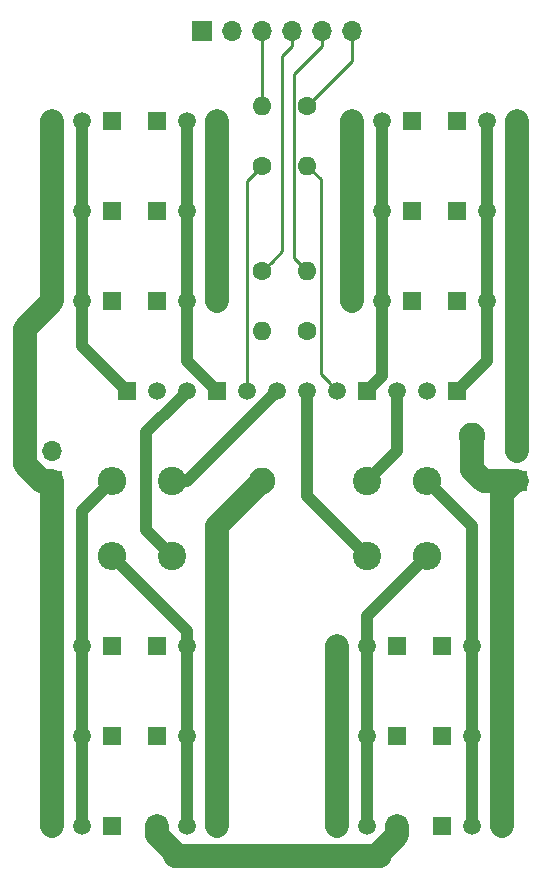
<source format=gbr>
G04 #@! TF.GenerationSoftware,KiCad,Pcbnew,5.0.1-33cea8e~68~ubuntu18.04.1*
G04 #@! TF.CreationDate,2018-11-12T23:59:36+00:00*
G04 #@! TF.ProjectId,h-bridge,682D6272696467652E6B696361645F70,rev?*
G04 #@! TF.SameCoordinates,Original*
G04 #@! TF.FileFunction,Copper,L1,Top,Signal*
G04 #@! TF.FilePolarity,Positive*
%FSLAX46Y46*%
G04 Gerber Fmt 4.6, Leading zero omitted, Abs format (unit mm)*
G04 Created by KiCad (PCBNEW 5.0.1-33cea8e~68~ubuntu18.04.1) date Mon 12 Nov 2018 23:59:36 GMT*
%MOMM*%
%LPD*%
G01*
G04 APERTURE LIST*
G04 #@! TA.AperFunction,ComponentPad*
%ADD10O,1.700000X1.700000*%
G04 #@! TD*
G04 #@! TA.AperFunction,ComponentPad*
%ADD11R,1.700000X1.700000*%
G04 #@! TD*
G04 #@! TA.AperFunction,ComponentPad*
%ADD12O,1.600000X1.600000*%
G04 #@! TD*
G04 #@! TA.AperFunction,ComponentPad*
%ADD13C,1.600000*%
G04 #@! TD*
G04 #@! TA.AperFunction,ComponentPad*
%ADD14R,1.500000X1.500000*%
G04 #@! TD*
G04 #@! TA.AperFunction,ComponentPad*
%ADD15C,1.500000*%
G04 #@! TD*
G04 #@! TA.AperFunction,ComponentPad*
%ADD16O,2.400000X2.400000*%
G04 #@! TD*
G04 #@! TA.AperFunction,ComponentPad*
%ADD17C,2.400000*%
G04 #@! TD*
G04 #@! TA.AperFunction,ViaPad*
%ADD18C,2.250000*%
G04 #@! TD*
G04 #@! TA.AperFunction,Conductor*
%ADD19C,1.000000*%
G04 #@! TD*
G04 #@! TA.AperFunction,Conductor*
%ADD20C,0.250000*%
G04 #@! TD*
G04 #@! TA.AperFunction,Conductor*
%ADD21C,2.000000*%
G04 #@! TD*
G04 APERTURE END LIST*
D10*
G04 #@! TO.P,J5,2*
G04 #@! TO.N,OUT_A2*
X105410000Y-115570000D03*
D11*
G04 #@! TO.P,J5,1*
G04 #@! TO.N,OUT_A1*
X105410000Y-118110000D03*
G04 #@! TD*
G04 #@! TO.P,J6,1*
G04 #@! TO.N,OUT_B1*
X144780000Y-118110000D03*
D10*
G04 #@! TO.P,J6,2*
G04 #@! TO.N,OUT_B2*
X144780000Y-115570000D03*
G04 #@! TD*
D11*
G04 #@! TO.P,J4,1*
G04 #@! TO.N,+12V*
X118110000Y-80010000D03*
D10*
G04 #@! TO.P,J4,2*
G04 #@! TO.N,GND*
X120650000Y-80010000D03*
G04 #@! TO.P,J4,3*
G04 #@! TO.N,IN_A1*
X123190000Y-80010000D03*
G04 #@! TO.P,J4,4*
G04 #@! TO.N,IN_A2*
X125730000Y-80010000D03*
G04 #@! TO.P,J4,5*
G04 #@! TO.N,IN_B1*
X128270000Y-80010000D03*
G04 #@! TO.P,J4,6*
G04 #@! TO.N,IN_B2*
X130810000Y-80010000D03*
G04 #@! TD*
D12*
G04 #@! TO.P,R1,2*
G04 #@! TO.N,IN_A1*
X123190000Y-86360000D03*
D13*
G04 #@! TO.P,R1,1*
G04 #@! TO.N,Net-(Q1-Pad2)*
X123190000Y-91440000D03*
G04 #@! TD*
G04 #@! TO.P,R4,1*
G04 #@! TO.N,IN_A2*
X123190000Y-100330000D03*
D12*
G04 #@! TO.P,R4,2*
G04 #@! TO.N,Net-(Q14-Pad2)*
X123190000Y-105410000D03*
G04 #@! TD*
G04 #@! TO.P,R5,2*
G04 #@! TO.N,IN_B1*
X127000000Y-100330000D03*
D13*
G04 #@! TO.P,R5,1*
G04 #@! TO.N,Net-(Q15-Pad2)*
X127000000Y-105410000D03*
G04 #@! TD*
G04 #@! TO.P,R8,1*
G04 #@! TO.N,IN_B2*
X127000000Y-86360000D03*
D12*
G04 #@! TO.P,R8,2*
G04 #@! TO.N,Net-(Q28-Pad2)*
X127000000Y-91440000D03*
G04 #@! TD*
D14*
G04 #@! TO.P,Q20,1*
G04 #@! TO.N,+12V*
X139700000Y-95250000D03*
D15*
G04 #@! TO.P,Q20,3*
G04 #@! TO.N,OUT_B2*
X144780000Y-95250000D03*
G04 #@! TO.P,Q20,2*
G04 #@! TO.N,Net-(Q15-Pad1)*
X142240000Y-95250000D03*
G04 #@! TD*
G04 #@! TO.P,Q19,2*
G04 #@! TO.N,Net-(Q16-Pad2)*
X140970000Y-147320000D03*
G04 #@! TO.P,Q19,3*
G04 #@! TO.N,OUT_B1*
X143510000Y-147320000D03*
D14*
G04 #@! TO.P,Q19,1*
G04 #@! TO.N,GND*
X138430000Y-147320000D03*
G04 #@! TD*
G04 #@! TO.P,Q21,1*
G04 #@! TO.N,+12V*
X139700000Y-87630000D03*
D15*
G04 #@! TO.P,Q21,3*
G04 #@! TO.N,OUT_B2*
X144780000Y-87630000D03*
G04 #@! TO.P,Q21,2*
G04 #@! TO.N,Net-(Q15-Pad1)*
X142240000Y-87630000D03*
G04 #@! TD*
G04 #@! TO.P,Q22,2*
G04 #@! TO.N,Net-(Q22-Pad2)*
X133350000Y-87630000D03*
G04 #@! TO.P,Q22,3*
G04 #@! TO.N,OUT_B1*
X130810000Y-87630000D03*
D14*
G04 #@! TO.P,Q22,1*
G04 #@! TO.N,+12V*
X135890000Y-87630000D03*
G04 #@! TD*
G04 #@! TO.P,Q23,1*
G04 #@! TO.N,+12V*
X135890000Y-95250000D03*
D15*
G04 #@! TO.P,Q23,3*
G04 #@! TO.N,OUT_B1*
X130810000Y-95250000D03*
G04 #@! TO.P,Q23,2*
G04 #@! TO.N,Net-(Q22-Pad2)*
X133350000Y-95250000D03*
G04 #@! TD*
G04 #@! TO.P,Q24,2*
G04 #@! TO.N,Net-(Q24-Pad2)*
X132080000Y-147320000D03*
G04 #@! TO.P,Q24,3*
G04 #@! TO.N,OUT_B2*
X129540000Y-147320000D03*
D14*
G04 #@! TO.P,Q24,1*
G04 #@! TO.N,GND*
X134620000Y-147320000D03*
G04 #@! TD*
G04 #@! TO.P,Q25,1*
G04 #@! TO.N,+12V*
X135890000Y-102870000D03*
D15*
G04 #@! TO.P,Q25,3*
G04 #@! TO.N,OUT_B1*
X130810000Y-102870000D03*
G04 #@! TO.P,Q25,2*
G04 #@! TO.N,Net-(Q22-Pad2)*
X133350000Y-102870000D03*
G04 #@! TD*
G04 #@! TO.P,Q26,2*
G04 #@! TO.N,Net-(Q24-Pad2)*
X132080000Y-139700000D03*
G04 #@! TO.P,Q26,3*
G04 #@! TO.N,OUT_B2*
X129540000Y-139700000D03*
D14*
G04 #@! TO.P,Q26,1*
G04 #@! TO.N,GND*
X134620000Y-139700000D03*
G04 #@! TD*
G04 #@! TO.P,Q27,1*
G04 #@! TO.N,GND*
X134620000Y-132080000D03*
D15*
G04 #@! TO.P,Q27,3*
G04 #@! TO.N,OUT_B2*
X129540000Y-132080000D03*
G04 #@! TO.P,Q27,2*
G04 #@! TO.N,Net-(Q24-Pad2)*
X132080000Y-132080000D03*
G04 #@! TD*
G04 #@! TO.P,Q28,2*
G04 #@! TO.N,Net-(Q28-Pad2)*
X129540000Y-110490000D03*
G04 #@! TO.P,Q28,3*
G04 #@! TO.N,Net-(Q28-Pad3)*
X127000000Y-110490000D03*
D14*
G04 #@! TO.P,Q28,1*
G04 #@! TO.N,Net-(Q22-Pad2)*
X132080000Y-110490000D03*
G04 #@! TD*
G04 #@! TO.P,Q10,1*
G04 #@! TO.N,GND*
X114300000Y-147320000D03*
D15*
G04 #@! TO.P,Q10,3*
G04 #@! TO.N,OUT_A2*
X119380000Y-147320000D03*
G04 #@! TO.P,Q10,2*
G04 #@! TO.N,Net-(Q10-Pad2)*
X116840000Y-147320000D03*
G04 #@! TD*
G04 #@! TO.P,Q2,2*
G04 #@! TO.N,Net-(Q2-Pad2)*
X107950000Y-132080000D03*
G04 #@! TO.P,Q2,3*
G04 #@! TO.N,OUT_A1*
X105410000Y-132080000D03*
D14*
G04 #@! TO.P,Q2,1*
G04 #@! TO.N,GND*
X110490000Y-132080000D03*
G04 #@! TD*
G04 #@! TO.P,Q3,1*
G04 #@! TO.N,GND*
X110490000Y-139700000D03*
D15*
G04 #@! TO.P,Q3,3*
G04 #@! TO.N,OUT_A1*
X105410000Y-139700000D03*
G04 #@! TO.P,Q3,2*
G04 #@! TO.N,Net-(Q2-Pad2)*
X107950000Y-139700000D03*
G04 #@! TD*
G04 #@! TO.P,Q4,2*
G04 #@! TO.N,Net-(Q1-Pad1)*
X116840000Y-102870000D03*
G04 #@! TO.P,Q4,3*
G04 #@! TO.N,OUT_A2*
X119380000Y-102870000D03*
D14*
G04 #@! TO.P,Q4,1*
G04 #@! TO.N,+12V*
X114300000Y-102870000D03*
G04 #@! TD*
G04 #@! TO.P,Q17,1*
G04 #@! TO.N,GND*
X138430000Y-139700000D03*
D15*
G04 #@! TO.P,Q17,3*
G04 #@! TO.N,OUT_B1*
X143510000Y-139700000D03*
G04 #@! TO.P,Q17,2*
G04 #@! TO.N,Net-(Q16-Pad2)*
X140970000Y-139700000D03*
G04 #@! TD*
G04 #@! TO.P,Q16,2*
G04 #@! TO.N,Net-(Q16-Pad2)*
X140970000Y-132080000D03*
G04 #@! TO.P,Q16,3*
G04 #@! TO.N,OUT_B1*
X143510000Y-132080000D03*
D14*
G04 #@! TO.P,Q16,1*
G04 #@! TO.N,GND*
X138430000Y-132080000D03*
G04 #@! TD*
G04 #@! TO.P,Q15,1*
G04 #@! TO.N,Net-(Q15-Pad1)*
X139700000Y-110490000D03*
D15*
G04 #@! TO.P,Q15,3*
G04 #@! TO.N,Net-(Q15-Pad3)*
X134620000Y-110490000D03*
G04 #@! TO.P,Q15,2*
G04 #@! TO.N,Net-(Q15-Pad2)*
X137160000Y-110490000D03*
G04 #@! TD*
G04 #@! TO.P,Q14,2*
G04 #@! TO.N,Net-(Q14-Pad2)*
X114300000Y-110490000D03*
G04 #@! TO.P,Q14,3*
G04 #@! TO.N,Net-(Q14-Pad3)*
X116840000Y-110490000D03*
D14*
G04 #@! TO.P,Q14,1*
G04 #@! TO.N,Net-(Q11-Pad2)*
X111760000Y-110490000D03*
G04 #@! TD*
G04 #@! TO.P,Q13,1*
G04 #@! TO.N,GND*
X114300000Y-132080000D03*
D15*
G04 #@! TO.P,Q13,3*
G04 #@! TO.N,OUT_A2*
X119380000Y-132080000D03*
G04 #@! TO.P,Q13,2*
G04 #@! TO.N,Net-(Q10-Pad2)*
X116840000Y-132080000D03*
G04 #@! TD*
G04 #@! TO.P,Q12,2*
G04 #@! TO.N,Net-(Q10-Pad2)*
X116840000Y-139700000D03*
G04 #@! TO.P,Q12,3*
G04 #@! TO.N,OUT_A2*
X119380000Y-139700000D03*
D14*
G04 #@! TO.P,Q12,1*
G04 #@! TO.N,GND*
X114300000Y-139700000D03*
G04 #@! TD*
G04 #@! TO.P,Q11,1*
G04 #@! TO.N,+12V*
X110490000Y-102870000D03*
D15*
G04 #@! TO.P,Q11,3*
G04 #@! TO.N,OUT_A1*
X105410000Y-102870000D03*
G04 #@! TO.P,Q11,2*
G04 #@! TO.N,Net-(Q11-Pad2)*
X107950000Y-102870000D03*
G04 #@! TD*
G04 #@! TO.P,Q1,2*
G04 #@! TO.N,Net-(Q1-Pad2)*
X121920000Y-110490000D03*
G04 #@! TO.P,Q1,3*
G04 #@! TO.N,Net-(Q1-Pad3)*
X124460000Y-110490000D03*
D14*
G04 #@! TO.P,Q1,1*
G04 #@! TO.N,Net-(Q1-Pad1)*
X119380000Y-110490000D03*
G04 #@! TD*
G04 #@! TO.P,Q9,1*
G04 #@! TO.N,+12V*
X110490000Y-95250000D03*
D15*
G04 #@! TO.P,Q9,3*
G04 #@! TO.N,OUT_A1*
X105410000Y-95250000D03*
G04 #@! TO.P,Q9,2*
G04 #@! TO.N,Net-(Q11-Pad2)*
X107950000Y-95250000D03*
G04 #@! TD*
G04 #@! TO.P,Q8,2*
G04 #@! TO.N,Net-(Q11-Pad2)*
X107950000Y-87630000D03*
G04 #@! TO.P,Q8,3*
G04 #@! TO.N,OUT_A1*
X105410000Y-87630000D03*
D14*
G04 #@! TO.P,Q8,1*
G04 #@! TO.N,+12V*
X110490000Y-87630000D03*
G04 #@! TD*
G04 #@! TO.P,Q7,1*
G04 #@! TO.N,+12V*
X114300000Y-87630000D03*
D15*
G04 #@! TO.P,Q7,3*
G04 #@! TO.N,OUT_A2*
X119380000Y-87630000D03*
G04 #@! TO.P,Q7,2*
G04 #@! TO.N,Net-(Q1-Pad1)*
X116840000Y-87630000D03*
G04 #@! TD*
G04 #@! TO.P,Q6,2*
G04 #@! TO.N,Net-(Q1-Pad1)*
X116840000Y-95250000D03*
G04 #@! TO.P,Q6,3*
G04 #@! TO.N,OUT_A2*
X119380000Y-95250000D03*
D14*
G04 #@! TO.P,Q6,1*
G04 #@! TO.N,+12V*
X114300000Y-95250000D03*
G04 #@! TD*
G04 #@! TO.P,Q18,1*
G04 #@! TO.N,+12V*
X139700000Y-102870000D03*
D15*
G04 #@! TO.P,Q18,3*
G04 #@! TO.N,OUT_B2*
X144780000Y-102870000D03*
G04 #@! TO.P,Q18,2*
G04 #@! TO.N,Net-(Q15-Pad1)*
X142240000Y-102870000D03*
G04 #@! TD*
G04 #@! TO.P,Q5,2*
G04 #@! TO.N,Net-(Q2-Pad2)*
X107950000Y-147320000D03*
G04 #@! TO.P,Q5,3*
G04 #@! TO.N,OUT_A1*
X105410000Y-147320000D03*
D14*
G04 #@! TO.P,Q5,1*
G04 #@! TO.N,GND*
X110490000Y-147320000D03*
G04 #@! TD*
D16*
G04 #@! TO.P,R2,2*
G04 #@! TO.N,Net-(Q2-Pad2)*
X110490000Y-118110000D03*
D17*
G04 #@! TO.P,R2,1*
G04 #@! TO.N,Net-(Q1-Pad3)*
X115570000Y-118110000D03*
G04 #@! TD*
G04 #@! TO.P,R3,1*
G04 #@! TO.N,Net-(Q14-Pad3)*
X115570000Y-124460000D03*
D16*
G04 #@! TO.P,R3,2*
G04 #@! TO.N,Net-(Q10-Pad2)*
X110490000Y-124460000D03*
G04 #@! TD*
G04 #@! TO.P,R6,2*
G04 #@! TO.N,Net-(Q16-Pad2)*
X137160000Y-118110000D03*
D17*
G04 #@! TO.P,R6,1*
G04 #@! TO.N,Net-(Q15-Pad3)*
X132080000Y-118110000D03*
G04 #@! TD*
G04 #@! TO.P,R7,1*
G04 #@! TO.N,Net-(Q28-Pad3)*
X132080000Y-124460000D03*
D16*
G04 #@! TO.P,R7,2*
G04 #@! TO.N,Net-(Q24-Pad2)*
X137160000Y-124460000D03*
G04 #@! TD*
D18*
G04 #@! TO.N,OUT_A2*
X123190000Y-118110000D03*
G04 #@! TO.N,OUT_B1*
X140970000Y-114300000D03*
G04 #@! TD*
D19*
G04 #@! TO.N,Net-(Q28-Pad3)*
X127000000Y-119380000D02*
X132080000Y-124460000D01*
X127000000Y-110490000D02*
X127000000Y-119380000D01*
G04 #@! TO.N,Net-(Q24-Pad2)*
X132080000Y-129540000D02*
X137160000Y-124460000D01*
X132080000Y-132080000D02*
X132080000Y-129540000D01*
X132080000Y-132080000D02*
X132080000Y-139700000D01*
X132080000Y-139700000D02*
X132080000Y-147320000D01*
G04 #@! TO.N,Net-(Q16-Pad2)*
X140970000Y-121920000D02*
X137160000Y-118110000D01*
X140970000Y-132080000D02*
X140970000Y-121920000D01*
X140970000Y-132080000D02*
X140970000Y-147320000D01*
G04 #@! TO.N,Net-(Q15-Pad3)*
X134620000Y-115570000D02*
X134620000Y-110490000D01*
X132080000Y-118110000D02*
X134620000Y-115570000D01*
D20*
G04 #@! TO.N,IN_B1*
X125874999Y-99204999D02*
X126200001Y-99530001D01*
X125874999Y-83675001D02*
X125874999Y-99204999D01*
X126200001Y-99530001D02*
X127000000Y-100330000D01*
X128270000Y-81280000D02*
X125874999Y-83675001D01*
X128270000Y-80010000D02*
X128270000Y-81280000D01*
G04 #@! TO.N,IN_A2*
X123989999Y-99530001D02*
X123190000Y-100330000D01*
X124880001Y-98639999D02*
X123989999Y-99530001D01*
X124880001Y-82129999D02*
X124880001Y-98639999D01*
X125730000Y-81280000D02*
X124880001Y-82129999D01*
X125730000Y-80010000D02*
X125730000Y-81280000D01*
D19*
G04 #@! TO.N,Net-(Q14-Pad3)*
X116090001Y-111239999D02*
X116840000Y-110490000D01*
X113369999Y-113960001D02*
X116090001Y-111239999D01*
X113369999Y-122259999D02*
X113369999Y-113960001D01*
X115570000Y-124460000D02*
X113369999Y-122259999D01*
G04 #@! TO.N,Net-(Q10-Pad2)*
X116840000Y-130810000D02*
X110490000Y-124460000D01*
X116840000Y-132080000D02*
X116840000Y-130810000D01*
X116840000Y-139700000D02*
X116840000Y-132080000D01*
X116840000Y-139700000D02*
X116840000Y-147320000D01*
G04 #@! TO.N,Net-(Q2-Pad2)*
X107950000Y-120650000D02*
X110490000Y-118110000D01*
X107950000Y-132080000D02*
X107950000Y-120650000D01*
X107950000Y-132080000D02*
X107950000Y-139700000D01*
X107950000Y-147320000D02*
X107950000Y-139700000D01*
G04 #@! TO.N,Net-(Q1-Pad3)*
X116840000Y-118110000D02*
X115570000Y-118110000D01*
X124460000Y-110490000D02*
X116840000Y-118110000D01*
D20*
G04 #@! TO.N,Net-(Q1-Pad2)*
X121920000Y-92710000D02*
X123190000Y-91440000D01*
X121920000Y-110490000D02*
X121920000Y-92710000D01*
G04 #@! TO.N,IN_A1*
X123190000Y-80010000D02*
X123190000Y-82550000D01*
X123190000Y-81280000D02*
X123190000Y-82550000D01*
X123190000Y-82550000D02*
X123190000Y-86360000D01*
G04 #@! TO.N,Net-(Q28-Pad2)*
X128790001Y-109740001D02*
X129540000Y-110490000D01*
X128125001Y-109075001D02*
X128790001Y-109740001D01*
X128125001Y-92565001D02*
X128125001Y-109075001D01*
X127000000Y-91440000D02*
X128125001Y-92565001D01*
G04 #@! TO.N,IN_B2*
X130810000Y-82550000D02*
X127000000Y-86360000D01*
X130810000Y-81280000D02*
X130810000Y-82550000D01*
X130810000Y-80010000D02*
X130810000Y-82550000D01*
D21*
G04 #@! TO.N,OUT_A1*
X105410000Y-132080000D02*
X105410000Y-147320000D01*
X105410000Y-132080000D02*
X105410000Y-118110000D01*
X105410000Y-87630000D02*
X105410000Y-102870000D01*
X104471998Y-118110000D02*
X105410000Y-118110000D01*
X103059999Y-116698001D02*
X104471998Y-118110000D01*
X103059999Y-105220001D02*
X103059999Y-116698001D01*
X105410000Y-102870000D02*
X103059999Y-105220001D01*
G04 #@! TO.N,GND*
X134620000Y-148110002D02*
X134620000Y-147320000D01*
X133160001Y-149570001D02*
X134620000Y-148110002D01*
X114300000Y-148110002D02*
X115759999Y-149570001D01*
X115759999Y-149860000D02*
X133160001Y-149860000D01*
X114300000Y-147320000D02*
X114300000Y-148110002D01*
G04 #@! TO.N,OUT_B2*
X129540000Y-132080000D02*
X129540000Y-139700000D01*
X129540000Y-139700000D02*
X129540000Y-147320000D01*
X144780000Y-87630000D02*
X144780000Y-115570000D01*
D19*
G04 #@! TO.N,Net-(Q15-Pad1)*
X142240000Y-107950000D02*
X142240000Y-102870000D01*
X139700000Y-110490000D02*
X142240000Y-107950000D01*
X142240000Y-102870000D02*
X142240000Y-95250000D01*
X142240000Y-95250000D02*
X142240000Y-87630000D01*
G04 #@! TO.N,Net-(Q1-Pad1)*
X116840000Y-87630000D02*
X116840000Y-95250000D01*
X116840000Y-95250000D02*
X116840000Y-102870000D01*
X116840000Y-107950000D02*
X119380000Y-110490000D01*
X116840000Y-102870000D02*
X116840000Y-107950000D01*
D21*
G04 #@! TO.N,OUT_A2*
X119380000Y-132080000D02*
X119380000Y-147320000D01*
X119380000Y-87630000D02*
X119380000Y-102870000D01*
X119380000Y-132080000D02*
X119380000Y-121920000D01*
X119380000Y-121920000D02*
X123190000Y-118110000D01*
X123190000Y-118110000D02*
X123190000Y-118110000D01*
D19*
G04 #@! TO.N,Net-(Q11-Pad2)*
X107950000Y-106680000D02*
X107950000Y-102870000D01*
X111760000Y-110490000D02*
X107950000Y-106680000D01*
X107950000Y-102870000D02*
X107950000Y-95250000D01*
X107950000Y-95250000D02*
X107950000Y-87630000D01*
D21*
G04 #@! TO.N,OUT_B1*
X143510000Y-132080000D02*
X143510000Y-147320000D01*
X143510000Y-132080000D02*
X143510000Y-119190001D01*
X144590001Y-118110000D02*
X144780000Y-118110000D01*
X143510000Y-119190001D02*
X144590001Y-118110000D01*
X130810000Y-87630000D02*
X130810000Y-102870000D01*
X141930000Y-118110000D02*
X144780000Y-118110000D01*
X140970000Y-117150000D02*
X141930000Y-118110000D01*
X140970000Y-114300000D02*
X140970000Y-117150000D01*
D19*
G04 #@! TO.N,Net-(Q22-Pad2)*
X133350000Y-102870000D02*
X133350000Y-95250000D01*
X133350000Y-95250000D02*
X133350000Y-87630000D01*
X133350000Y-109220000D02*
X132080000Y-110490000D01*
X133350000Y-102870000D02*
X133350000Y-109220000D01*
G04 #@! TD*
M02*

</source>
